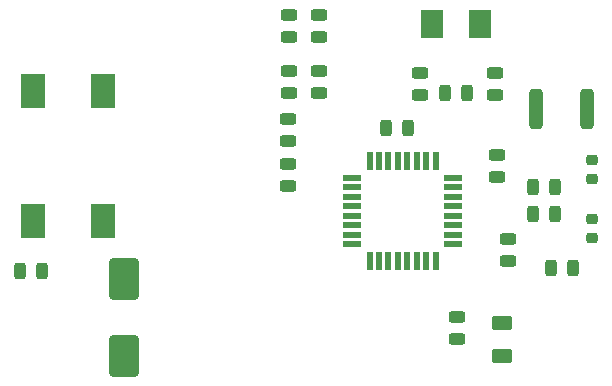
<source format=gbr>
%TF.GenerationSoftware,KiCad,Pcbnew,8.0.1+dfsg-1*%
%TF.CreationDate,2024-04-11T10:46:44+00:00*%
%TF.ProjectId,t1,74312e6b-6963-4616-945f-706362585858,WIP*%
%TF.SameCoordinates,Original*%
%TF.FileFunction,Paste,Top*%
%TF.FilePolarity,Positive*%
%FSLAX46Y46*%
G04 Gerber Fmt 4.6, Leading zero omitted, Abs format (unit mm)*
G04 Created by KiCad (PCBNEW 8.0.1+dfsg-1) date 2024-04-11 10:46:44*
%MOMM*%
%LPD*%
G01*
G04 APERTURE LIST*
G04 Aperture macros list*
%AMRoundRect*
0 Rectangle with rounded corners*
0 $1 Rounding radius*
0 $2 $3 $4 $5 $6 $7 $8 $9 X,Y pos of 4 corners*
0 Add a 4 corners polygon primitive as box body*
4,1,4,$2,$3,$4,$5,$6,$7,$8,$9,$2,$3,0*
0 Add four circle primitives for the rounded corners*
1,1,$1+$1,$2,$3*
1,1,$1+$1,$4,$5*
1,1,$1+$1,$6,$7*
1,1,$1+$1,$8,$9*
0 Add four rect primitives between the rounded corners*
20,1,$1+$1,$2,$3,$4,$5,0*
20,1,$1+$1,$4,$5,$6,$7,0*
20,1,$1+$1,$6,$7,$8,$9,0*
20,1,$1+$1,$8,$9,$2,$3,0*%
G04 Aperture macros list end*
%ADD10RoundRect,0.250000X-1.000000X1.500000X-1.000000X-1.500000X1.000000X-1.500000X1.000000X1.500000X0*%
%ADD11RoundRect,0.243750X-0.243750X-0.456250X0.243750X-0.456250X0.243750X0.456250X-0.243750X0.456250X0*%
%ADD12RoundRect,0.243750X-0.456250X0.243750X-0.456250X-0.243750X0.456250X-0.243750X0.456250X0.243750X0*%
%ADD13RoundRect,0.243750X0.456250X-0.243750X0.456250X0.243750X-0.456250X0.243750X-0.456250X-0.243750X0*%
%ADD14RoundRect,0.250000X0.625000X-0.375000X0.625000X0.375000X-0.625000X0.375000X-0.625000X-0.375000X0*%
%ADD15RoundRect,0.250000X-0.312500X-1.450000X0.312500X-1.450000X0.312500X1.450000X-0.312500X1.450000X0*%
%ADD16RoundRect,0.243750X0.243750X0.456250X-0.243750X0.456250X-0.243750X-0.456250X0.243750X-0.456250X0*%
%ADD17R,2.000000X3.000000*%
%ADD18RoundRect,0.218750X-0.256250X0.218750X-0.256250X-0.218750X0.256250X-0.218750X0.256250X0.218750X0*%
%ADD19R,1.900000X2.400000*%
%ADD20R,0.550000X1.600000*%
%ADD21R,1.600000X0.550000*%
%ADD22RoundRect,0.218750X0.256250X-0.218750X0.256250X0.218750X-0.256250X0.218750X-0.256250X-0.218750X0*%
G04 APERTURE END LIST*
D10*
%TO.C,C1*%
X130835400Y-91644400D03*
X130835400Y-98144400D03*
%TD*%
D11*
%TO.C,C2*%
X122062500Y-90900000D03*
X123937500Y-90900000D03*
%TD*%
D12*
%TO.C,C3*%
X162260000Y-74178500D03*
X162260000Y-76053500D03*
%TD*%
%TO.C,C4*%
X155910000Y-74178500D03*
X155910000Y-76053500D03*
%TD*%
%TO.C,C5*%
X163322000Y-88216500D03*
X163322000Y-90091500D03*
%TD*%
D11*
%TO.C,C7*%
X153037300Y-78867000D03*
X154912300Y-78867000D03*
%TD*%
D13*
%TO.C,C8*%
X144754600Y-79906100D03*
X144754600Y-78031100D03*
%TD*%
D14*
%TO.C,D1*%
X162814000Y-98174000D03*
X162814000Y-95374000D03*
%TD*%
D13*
%TO.C,D2*%
X147320000Y-75887500D03*
X147320000Y-74012500D03*
%TD*%
%TO.C,D3*%
X144780000Y-75887500D03*
X144780000Y-74012500D03*
%TD*%
D15*
%TO.C,F1*%
X165756500Y-77216000D03*
X170031500Y-77216000D03*
%TD*%
D16*
%TO.C,FB1*%
X168831500Y-90678000D03*
X166956500Y-90678000D03*
%TD*%
D17*
%TO.C,J1*%
X123100000Y-75700000D03*
X129100000Y-75700000D03*
X129100000Y-86700000D03*
X123100000Y-86700000D03*
%TD*%
D11*
%TO.C,R1*%
X165432500Y-86106000D03*
X167307500Y-86106000D03*
%TD*%
%TO.C,R2*%
X165432500Y-83820000D03*
X167307500Y-83820000D03*
%TD*%
D16*
%TO.C,R3*%
X159895500Y-75878000D03*
X158020500Y-75878000D03*
%TD*%
D13*
%TO.C,R4*%
X159004000Y-96695500D03*
X159004000Y-94820500D03*
%TD*%
D12*
%TO.C,R5*%
X144754600Y-81866500D03*
X144754600Y-83741500D03*
%TD*%
%TO.C,R6*%
X147320000Y-69237300D03*
X147320000Y-71112300D03*
%TD*%
%TO.C,R7*%
X144780000Y-69237300D03*
X144780000Y-71112300D03*
%TD*%
D18*
%TO.C,VR1*%
X170434000Y-86563000D03*
X170434000Y-88138000D03*
%TD*%
D19*
%TO.C,Y1*%
X160977800Y-70027800D03*
X156877800Y-70027800D03*
%TD*%
D20*
%TO.C,U1*%
X157232000Y-81602000D03*
X156432000Y-81602000D03*
X155632000Y-81602000D03*
X154832000Y-81602000D03*
X154032000Y-81602000D03*
X153232000Y-81602000D03*
X152432000Y-81602000D03*
X151632000Y-81602000D03*
D21*
X150182000Y-83052000D03*
X150182000Y-83852000D03*
X150182000Y-84652000D03*
X150182000Y-85452000D03*
X150182000Y-86252000D03*
X150182000Y-87052000D03*
X150182000Y-87852000D03*
X150182000Y-88652000D03*
D20*
X151632000Y-90102000D03*
X152432000Y-90102000D03*
X153232000Y-90102000D03*
X154032000Y-90102000D03*
X154832000Y-90102000D03*
X155632000Y-90102000D03*
X156432000Y-90102000D03*
X157232000Y-90102000D03*
D21*
X158682000Y-88652000D03*
X158682000Y-87852000D03*
X158682000Y-87052000D03*
X158682000Y-86252000D03*
X158682000Y-85452000D03*
X158682000Y-84652000D03*
X158682000Y-83852000D03*
X158682000Y-83052000D03*
%TD*%
D22*
%TO.C,VR2*%
X170434000Y-83108900D03*
X170434000Y-81533900D03*
%TD*%
D13*
%TO.C,C6*%
X162382200Y-83004900D03*
X162382200Y-81129900D03*
%TD*%
M02*

</source>
